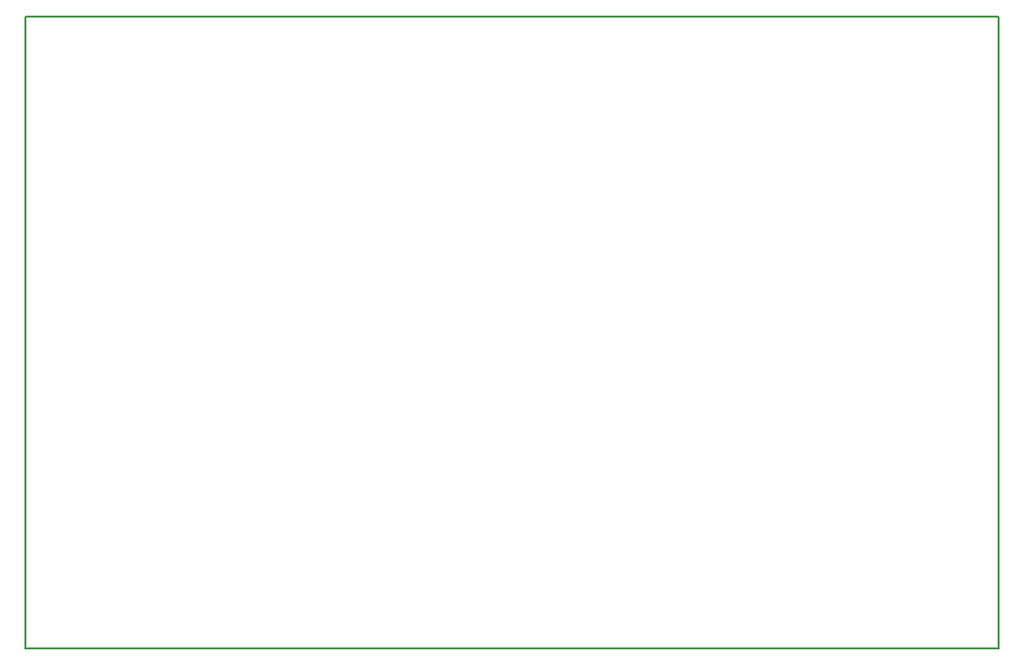
<source format=gbo>
G04 MADE WITH FRITZING*
G04 WWW.FRITZING.ORG*
G04 DOUBLE SIDED*
G04 HOLES PLATED*
G04 CONTOUR ON CENTER OF CONTOUR VECTOR*
%ASAXBY*%
%FSLAX23Y23*%
%MOIN*%
%OFA0B0*%
%SFA1.0B1.0*%
%ADD10R,3.325930X2.163030X3.309930X2.147030*%
%ADD11C,0.008000*%
%LNSILK0*%
G90*
G70*
G54D11*
X4Y2159D02*
X3322Y2159D01*
X3322Y4D01*
X4Y4D01*
X4Y2159D01*
D02*
G04 End of Silk0*
M02*
</source>
